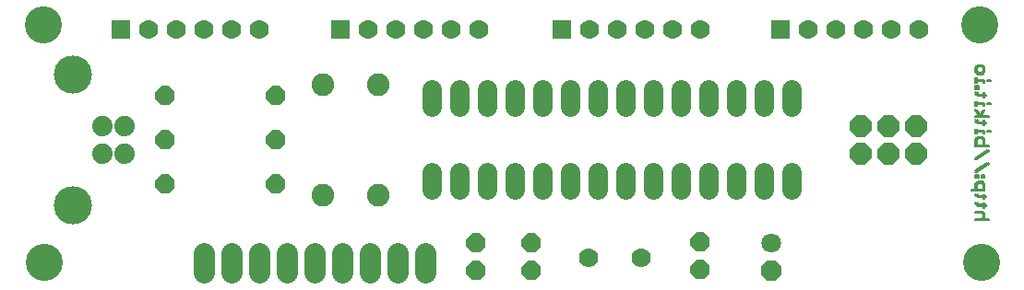
<source format=gbs>
G75*
%MOIN*%
%OFA0B0*%
%FSLAX24Y24*%
%IPPOS*%
%LPD*%
%AMOC8*
5,1,8,0,0,1.08239X$1,22.5*
%
%ADD10C,0.1340*%
%ADD11C,0.0070*%
%ADD12C,0.0700*%
%ADD13C,0.0700*%
%ADD14OC8,0.0700*%
%ADD15C,0.0820*%
%ADD16C,0.0740*%
%ADD17C,0.1380*%
%ADD18OC8,0.0710*%
%ADD19C,0.0710*%
%ADD20OC8,0.0780*%
%ADD21C,0.0780*%
%ADD22R,0.0695X0.0695*%
%ADD23C,0.0695*%
D10*
X002961Y001489D03*
X002900Y010089D03*
X036761Y010089D03*
X036811Y001489D03*
D11*
X036811Y003016D02*
X036883Y003088D01*
X036883Y003231D01*
X036811Y003303D01*
X036596Y003303D01*
X036811Y003303D01*
X036883Y003231D01*
X036883Y003088D01*
X036811Y003016D01*
X036811Y003056D02*
X036883Y003127D01*
X036883Y003271D01*
X036811Y003342D01*
X036596Y003342D01*
X036636Y003342D02*
X036851Y003342D01*
X036923Y003271D01*
X036923Y003127D01*
X036851Y003056D01*
X036851Y003036D02*
X036923Y003108D01*
X036923Y003251D01*
X036851Y003323D01*
X036636Y003323D01*
X036636Y003303D02*
X036851Y003303D01*
X036923Y003231D01*
X036923Y003088D01*
X036851Y003016D01*
X036923Y003088D01*
X036923Y003231D01*
X036851Y003303D01*
X036636Y003303D01*
X036851Y003303D01*
X036923Y003231D01*
X036923Y003088D01*
X036851Y003016D01*
X037027Y003016D02*
X036596Y003016D01*
X037027Y003016D01*
X037066Y003016D02*
X036636Y003016D01*
X037066Y003016D01*
X036636Y003016D01*
X036636Y003036D02*
X037066Y003036D01*
X037066Y003056D02*
X036636Y003056D01*
X036596Y003056D02*
X037027Y003056D01*
X036923Y003477D02*
X036923Y003620D01*
X036923Y003477D01*
X036923Y003620D01*
X036923Y003640D02*
X036923Y003496D01*
X036923Y003516D02*
X036923Y003659D01*
X036883Y003659D02*
X036883Y003516D01*
X036883Y003477D02*
X036883Y003620D01*
X036883Y003477D01*
X036955Y003548D02*
X036668Y003548D01*
X036596Y003620D01*
X036668Y003548D01*
X036955Y003548D01*
X036994Y003548D02*
X036707Y003548D01*
X036636Y003620D01*
X036707Y003548D01*
X036994Y003548D01*
X036707Y003548D01*
X036636Y003620D01*
X036636Y003640D02*
X036707Y003568D01*
X036994Y003568D01*
X036994Y003588D02*
X036707Y003588D01*
X036636Y003659D01*
X036596Y003659D02*
X036668Y003588D01*
X036955Y003588D01*
X036923Y003784D02*
X036923Y003927D01*
X036923Y003784D01*
X036923Y003927D01*
X036923Y003947D02*
X036923Y003803D01*
X036923Y003823D02*
X036923Y003966D01*
X036883Y003966D02*
X036883Y003823D01*
X036883Y003784D02*
X036883Y003927D01*
X036883Y003784D01*
X036955Y003855D02*
X036668Y003855D01*
X036596Y003927D01*
X036668Y003855D01*
X036955Y003855D01*
X036994Y003855D02*
X036707Y003855D01*
X036636Y003927D01*
X036707Y003855D01*
X036994Y003855D01*
X036707Y003855D01*
X036636Y003927D01*
X036636Y003947D02*
X036707Y003875D01*
X036994Y003875D01*
X036994Y003895D02*
X036707Y003895D01*
X036636Y003966D01*
X036596Y003966D02*
X036668Y003895D01*
X036955Y003895D01*
X036923Y004090D02*
X036492Y004090D01*
X036923Y004090D01*
X036923Y004306D01*
X036851Y004377D01*
X036707Y004377D01*
X036636Y004306D01*
X036636Y004090D01*
X036636Y004306D01*
X036707Y004377D01*
X036851Y004377D01*
X036923Y004306D01*
X036923Y004090D01*
X036923Y004306D01*
X036851Y004377D01*
X036707Y004377D01*
X036636Y004306D01*
X036636Y004090D01*
X036636Y004110D02*
X036636Y004325D01*
X036707Y004397D01*
X036851Y004397D01*
X036923Y004325D01*
X036923Y004110D01*
X036492Y004110D01*
X036492Y004090D02*
X036923Y004090D01*
X036923Y004130D02*
X036923Y004345D01*
X036851Y004417D01*
X036707Y004417D01*
X036636Y004345D01*
X036636Y004130D01*
X036596Y004130D02*
X036596Y004345D01*
X036668Y004417D01*
X036811Y004417D01*
X036883Y004345D01*
X036883Y004130D01*
X036453Y004130D01*
X036492Y004130D02*
X036923Y004130D01*
X036883Y004090D02*
X036883Y004306D01*
X036811Y004377D01*
X036668Y004377D01*
X036596Y004306D01*
X036596Y004090D01*
X036596Y004306D01*
X036668Y004377D01*
X036811Y004377D01*
X036883Y004306D01*
X036883Y004090D01*
X036453Y004090D01*
X036883Y004090D01*
X036883Y004551D02*
X036811Y004551D01*
X036811Y004623D01*
X036883Y004623D01*
X036883Y004551D01*
X036811Y004551D01*
X036811Y004623D01*
X036883Y004623D01*
X036883Y004551D01*
X036851Y004551D02*
X036923Y004551D01*
X036923Y004623D01*
X036851Y004623D01*
X036851Y004551D01*
X036923Y004551D01*
X036923Y004623D01*
X036851Y004623D01*
X036851Y004551D01*
X036923Y004551D01*
X036923Y004623D01*
X036851Y004623D01*
X036851Y004551D01*
X036851Y004571D02*
X036923Y004571D01*
X036923Y004642D01*
X036851Y004642D01*
X036851Y004571D01*
X036851Y004590D02*
X036923Y004590D01*
X036923Y004662D01*
X036851Y004662D01*
X036851Y004590D01*
X036883Y004590D02*
X036811Y004590D01*
X036811Y004662D01*
X036883Y004662D01*
X036883Y004590D01*
X036707Y004590D02*
X036707Y004662D01*
X036636Y004662D01*
X036636Y004590D01*
X036707Y004590D01*
X036707Y004571D02*
X036636Y004571D01*
X036636Y004642D01*
X036707Y004642D01*
X036707Y004571D01*
X036707Y004551D02*
X036636Y004551D01*
X036636Y004623D01*
X036707Y004623D01*
X036707Y004551D01*
X036636Y004551D01*
X036636Y004623D01*
X036707Y004623D01*
X036707Y004551D01*
X036636Y004551D01*
X036636Y004623D01*
X036707Y004623D01*
X036707Y004551D01*
X036668Y004551D02*
X036596Y004551D01*
X036596Y004623D01*
X036668Y004623D01*
X036668Y004551D01*
X036596Y004551D01*
X036596Y004623D01*
X036668Y004623D01*
X036668Y004551D01*
X036668Y004590D02*
X036596Y004590D01*
X036596Y004662D01*
X036668Y004662D01*
X036668Y004590D01*
X036636Y004781D02*
X037066Y005068D01*
X036636Y004781D01*
X037066Y005068D01*
X037066Y005088D02*
X036636Y004801D01*
X036636Y004820D02*
X037066Y005107D01*
X037027Y005107D02*
X036596Y004820D01*
X036596Y004781D02*
X037027Y005068D01*
X036596Y004781D01*
X036596Y005241D02*
X037027Y005528D01*
X036596Y005241D01*
X036636Y005241D02*
X037066Y005528D01*
X036636Y005241D01*
X037066Y005528D01*
X037066Y005548D02*
X036636Y005261D01*
X036636Y005281D02*
X037066Y005568D01*
X037027Y005568D02*
X036596Y005281D01*
X036596Y005702D02*
X036596Y005917D01*
X036668Y005989D01*
X036811Y005989D01*
X036668Y005989D01*
X036596Y005917D01*
X036596Y005702D01*
X037027Y005702D01*
X036596Y005702D01*
X036596Y005741D02*
X036596Y005956D01*
X036668Y006028D01*
X036811Y006028D01*
X036883Y005956D01*
X036883Y005741D01*
X036883Y005702D02*
X036883Y005917D01*
X036811Y005989D01*
X036883Y005917D01*
X036883Y005702D01*
X036923Y005702D02*
X036923Y005917D01*
X036851Y005989D01*
X036707Y005989D01*
X036636Y005917D01*
X036636Y005702D01*
X037066Y005702D01*
X036636Y005702D01*
X036636Y005917D01*
X036707Y005989D01*
X036851Y005989D01*
X036923Y005917D01*
X036923Y005702D01*
X036923Y005917D01*
X036851Y005989D01*
X036707Y005989D01*
X036636Y005917D01*
X036636Y005702D01*
X037066Y005702D01*
X037066Y005722D02*
X036636Y005722D01*
X036636Y005937D01*
X036707Y006008D01*
X036851Y006008D01*
X036923Y005937D01*
X036923Y005722D01*
X036923Y005741D02*
X036923Y005956D01*
X036851Y006028D01*
X036707Y006028D01*
X036636Y005956D01*
X036636Y005741D01*
X037066Y005741D01*
X037027Y005741D02*
X036596Y005741D01*
X036596Y006162D02*
X036596Y006306D01*
X036596Y006162D01*
X036596Y006202D02*
X036596Y006345D01*
X036636Y006345D02*
X036636Y006202D01*
X036636Y006182D02*
X036636Y006325D01*
X036636Y006306D02*
X036636Y006162D01*
X036636Y006306D01*
X036636Y006162D01*
X036636Y006234D02*
X036923Y006234D01*
X036923Y006162D01*
X036923Y006234D01*
X036636Y006234D01*
X036923Y006234D01*
X036923Y006162D01*
X036923Y006182D02*
X036923Y006254D01*
X036636Y006254D01*
X036636Y006273D02*
X036923Y006273D01*
X036923Y006202D01*
X036883Y006202D02*
X036883Y006273D01*
X036596Y006273D01*
X036596Y006234D02*
X036883Y006234D01*
X036883Y006162D01*
X036883Y006234D01*
X036596Y006234D01*
X037027Y006234D02*
X037098Y006234D01*
X037027Y006234D01*
X037066Y006234D02*
X037138Y006234D01*
X037066Y006234D01*
X037138Y006234D01*
X037138Y006254D02*
X037066Y006254D01*
X037066Y006273D02*
X037138Y006273D01*
X037098Y006273D02*
X037027Y006273D01*
X036923Y006469D02*
X036923Y006613D01*
X036923Y006469D01*
X036923Y006613D01*
X036923Y006632D02*
X036923Y006489D01*
X036923Y006509D02*
X036923Y006652D01*
X036883Y006652D02*
X036883Y006509D01*
X036883Y006469D02*
X036883Y006613D01*
X036883Y006469D01*
X036955Y006541D02*
X036668Y006541D01*
X036596Y006613D01*
X036668Y006541D01*
X036955Y006541D01*
X036955Y006580D02*
X036668Y006580D01*
X036596Y006652D01*
X036636Y006652D02*
X036707Y006580D01*
X036994Y006580D01*
X036994Y006561D02*
X036707Y006561D01*
X036636Y006632D01*
X036636Y006613D02*
X036707Y006541D01*
X036994Y006541D01*
X036707Y006541D01*
X036636Y006613D01*
X036707Y006541D01*
X036994Y006541D01*
X037027Y006776D02*
X036596Y006776D01*
X037027Y006776D01*
X037066Y006776D02*
X036636Y006776D01*
X037066Y006776D01*
X036636Y006776D01*
X036636Y006796D02*
X037066Y006796D01*
X037066Y006815D02*
X036636Y006815D01*
X036596Y006815D02*
X037027Y006815D01*
X036923Y006991D02*
X036779Y006776D01*
X036636Y006991D01*
X036779Y006776D01*
X036923Y006991D01*
X036779Y006776D01*
X036636Y006991D01*
X036636Y007011D02*
X036779Y006796D01*
X036923Y007011D01*
X036923Y007031D02*
X036779Y006815D01*
X036636Y007031D01*
X036596Y007031D02*
X036740Y006815D01*
X036883Y007031D01*
X036883Y006991D02*
X036740Y006776D01*
X036596Y006991D01*
X036740Y006776D01*
X036883Y006991D01*
X036883Y007160D02*
X036883Y007231D01*
X036596Y007231D01*
X036883Y007231D01*
X036883Y007160D01*
X036883Y007199D02*
X036883Y007271D01*
X036596Y007271D01*
X036596Y007303D02*
X036596Y007160D01*
X036596Y007303D01*
X036596Y007343D02*
X036596Y007199D01*
X036636Y007199D02*
X036636Y007343D01*
X036636Y007323D02*
X036636Y007179D01*
X036636Y007160D02*
X036636Y007303D01*
X036636Y007160D01*
X036636Y007303D01*
X036636Y007271D02*
X036923Y007271D01*
X036923Y007199D01*
X036923Y007179D02*
X036923Y007251D01*
X036636Y007251D01*
X036636Y007231D02*
X036923Y007231D01*
X036923Y007160D01*
X036923Y007231D01*
X036636Y007231D01*
X036923Y007231D01*
X036923Y007160D01*
X037027Y007231D02*
X037098Y007231D01*
X037027Y007231D01*
X037066Y007231D02*
X037138Y007231D01*
X037066Y007231D01*
X037138Y007231D01*
X037138Y007251D02*
X037066Y007251D01*
X037066Y007271D02*
X037138Y007271D01*
X037098Y007271D02*
X037027Y007271D01*
X036923Y007467D02*
X036923Y007610D01*
X036923Y007467D01*
X036923Y007610D01*
X036923Y007630D02*
X036923Y007486D01*
X036923Y007506D02*
X036923Y007649D01*
X036883Y007649D02*
X036883Y007506D01*
X036883Y007467D02*
X036883Y007610D01*
X036883Y007467D01*
X036955Y007538D02*
X036668Y007538D01*
X036596Y007610D01*
X036668Y007538D01*
X036955Y007538D01*
X036994Y007538D02*
X036707Y007538D01*
X036636Y007610D01*
X036707Y007538D01*
X036994Y007538D01*
X036707Y007538D01*
X036636Y007610D01*
X036636Y007630D02*
X036707Y007558D01*
X036994Y007558D01*
X036994Y007578D02*
X036707Y007578D01*
X036636Y007649D01*
X036596Y007649D02*
X036668Y007578D01*
X036955Y007578D01*
X036707Y007774D02*
X036707Y007845D01*
X036636Y007845D01*
X036636Y007774D01*
X036707Y007774D01*
X036707Y007845D01*
X036636Y007845D01*
X036636Y007774D01*
X036707Y007774D01*
X036707Y007845D01*
X036636Y007845D01*
X036636Y007774D01*
X036707Y007774D01*
X036707Y007793D02*
X036707Y007865D01*
X036636Y007865D01*
X036636Y007793D01*
X036707Y007793D01*
X036707Y007813D02*
X036707Y007885D01*
X036636Y007885D01*
X036636Y007813D01*
X036707Y007813D01*
X036668Y007813D02*
X036668Y007885D01*
X036596Y007885D01*
X036596Y007813D01*
X036668Y007813D01*
X036668Y007845D02*
X036596Y007845D01*
X036596Y007774D01*
X036668Y007774D01*
X036668Y007845D01*
X036596Y007845D01*
X036596Y007774D01*
X036668Y007774D01*
X036668Y007845D01*
X036636Y008004D02*
X036636Y008147D01*
X036636Y008004D01*
X036636Y008147D01*
X036636Y008167D02*
X036636Y008023D01*
X036636Y008043D02*
X036636Y008187D01*
X036596Y008187D02*
X036596Y008043D01*
X036596Y008076D02*
X036883Y008076D01*
X036883Y008004D01*
X036883Y008076D01*
X036596Y008076D01*
X036596Y008115D02*
X036883Y008115D01*
X036883Y008043D01*
X036923Y008043D02*
X036923Y008115D01*
X036636Y008115D01*
X036636Y008095D02*
X036923Y008095D01*
X036923Y008023D01*
X036923Y008004D02*
X036923Y008076D01*
X036636Y008076D01*
X036923Y008076D01*
X036923Y008004D01*
X036923Y008076D01*
X036636Y008076D01*
X036596Y008147D02*
X036596Y008004D01*
X036596Y008147D01*
X036668Y008311D02*
X036596Y008382D01*
X036596Y008526D01*
X036668Y008598D01*
X036811Y008598D01*
X036668Y008598D01*
X036596Y008526D01*
X036596Y008382D01*
X036668Y008311D01*
X036811Y008311D01*
X036668Y008311D01*
X036668Y008350D02*
X036596Y008422D01*
X036596Y008565D01*
X036668Y008637D01*
X036811Y008637D01*
X036883Y008565D01*
X036883Y008422D01*
X036811Y008350D01*
X036668Y008350D01*
X036707Y008350D02*
X036636Y008422D01*
X036636Y008565D01*
X036707Y008637D01*
X036851Y008637D01*
X036923Y008565D01*
X036923Y008422D01*
X036851Y008350D01*
X036707Y008350D01*
X036707Y008330D02*
X036636Y008402D01*
X036636Y008546D01*
X036707Y008617D01*
X036851Y008617D01*
X036923Y008546D01*
X036923Y008402D01*
X036851Y008330D01*
X036707Y008330D01*
X036707Y008311D02*
X036636Y008382D01*
X036636Y008526D01*
X036707Y008598D01*
X036851Y008598D01*
X036923Y008526D01*
X036923Y008382D01*
X036851Y008311D01*
X036707Y008311D01*
X036636Y008382D01*
X036636Y008526D01*
X036707Y008598D01*
X036851Y008598D01*
X036923Y008526D01*
X036923Y008382D01*
X036851Y008311D01*
X036707Y008311D01*
X036636Y008382D01*
X036636Y008526D01*
X036707Y008598D01*
X036851Y008598D01*
X036923Y008526D01*
X036923Y008382D01*
X036851Y008311D01*
X036707Y008311D01*
X036811Y008311D02*
X036883Y008382D01*
X036883Y008526D01*
X036811Y008598D01*
X036883Y008526D01*
X036883Y008382D01*
X036811Y008311D01*
X037027Y008115D02*
X037098Y008115D01*
X037066Y008115D02*
X037138Y008115D01*
X037138Y008095D02*
X037066Y008095D01*
X037066Y008076D02*
X037138Y008076D01*
X037066Y008076D01*
X037138Y008076D01*
X037098Y008076D02*
X037027Y008076D01*
X037098Y008076D01*
D12*
X029961Y007749D02*
X029961Y007129D01*
X028961Y007129D02*
X028961Y007749D01*
X027961Y007749D02*
X027961Y007129D01*
X026961Y007129D02*
X026961Y007749D01*
X025961Y007749D02*
X025961Y007129D01*
X024961Y007129D02*
X024961Y007749D01*
X023961Y007749D02*
X023961Y007129D01*
X022961Y007129D02*
X022961Y007749D01*
X021961Y007749D02*
X021961Y007129D01*
X020961Y007129D02*
X020961Y007749D01*
X019961Y007749D02*
X019961Y007129D01*
X018961Y007129D02*
X018961Y007749D01*
X017961Y007749D02*
X017961Y007129D01*
X016961Y007129D02*
X016961Y007749D01*
X016961Y004749D02*
X016961Y004129D01*
X017961Y004129D02*
X017961Y004749D01*
X018961Y004749D02*
X018961Y004129D01*
X019961Y004129D02*
X019961Y004749D01*
X020961Y004749D02*
X020961Y004129D01*
X021961Y004129D02*
X021961Y004749D01*
X022961Y004749D02*
X022961Y004129D01*
X023961Y004129D02*
X023961Y004749D01*
X024961Y004749D02*
X024961Y004129D01*
X025961Y004129D02*
X025961Y004749D01*
X026961Y004749D02*
X026961Y004129D01*
X027961Y004129D02*
X027961Y004749D01*
X028961Y004749D02*
X028961Y004129D01*
X029961Y004129D02*
X029961Y004749D01*
D13*
X024527Y001681D03*
X022627Y001681D03*
D14*
X020561Y001189D03*
X018561Y001189D03*
X018561Y002189D03*
X020561Y002189D03*
X026656Y002217D03*
X026656Y001217D03*
X011311Y004339D03*
X007311Y004339D03*
X007311Y005939D03*
X011311Y005939D03*
X011311Y007539D03*
X007311Y007539D03*
D15*
X013011Y007939D03*
X015011Y007939D03*
X015011Y003939D03*
X013011Y003939D03*
D16*
X005841Y005447D03*
X005061Y005447D03*
X005061Y006431D03*
X005841Y006431D03*
D17*
X003991Y008309D03*
X003991Y003569D03*
D18*
X029199Y001209D03*
D19*
X029199Y002209D03*
D20*
X032461Y005439D03*
X033461Y005439D03*
X034461Y005439D03*
X034461Y006439D03*
X033461Y006439D03*
X032461Y006439D03*
D21*
X016711Y001839D02*
X016711Y001139D01*
X015711Y001139D02*
X015711Y001839D01*
X014711Y001839D02*
X014711Y001139D01*
X013711Y001139D02*
X013711Y001839D01*
X012711Y001839D02*
X012711Y001139D01*
X011711Y001139D02*
X011711Y001839D01*
X010711Y001839D02*
X010711Y001139D01*
X009711Y001139D02*
X009711Y001839D01*
X008711Y001839D02*
X008711Y001139D01*
D22*
X005711Y009939D03*
X013661Y009939D03*
X021661Y009939D03*
X029561Y009939D03*
D23*
X030561Y009939D03*
X031561Y009939D03*
X032561Y009939D03*
X033561Y009939D03*
X034561Y009939D03*
X026661Y009939D03*
X025661Y009939D03*
X024661Y009939D03*
X023661Y009939D03*
X022661Y009939D03*
X018661Y009939D03*
X017661Y009939D03*
X016661Y009939D03*
X015661Y009939D03*
X014661Y009939D03*
X010711Y009939D03*
X009711Y009939D03*
X008711Y009939D03*
X007711Y009939D03*
X006711Y009939D03*
M02*

</source>
